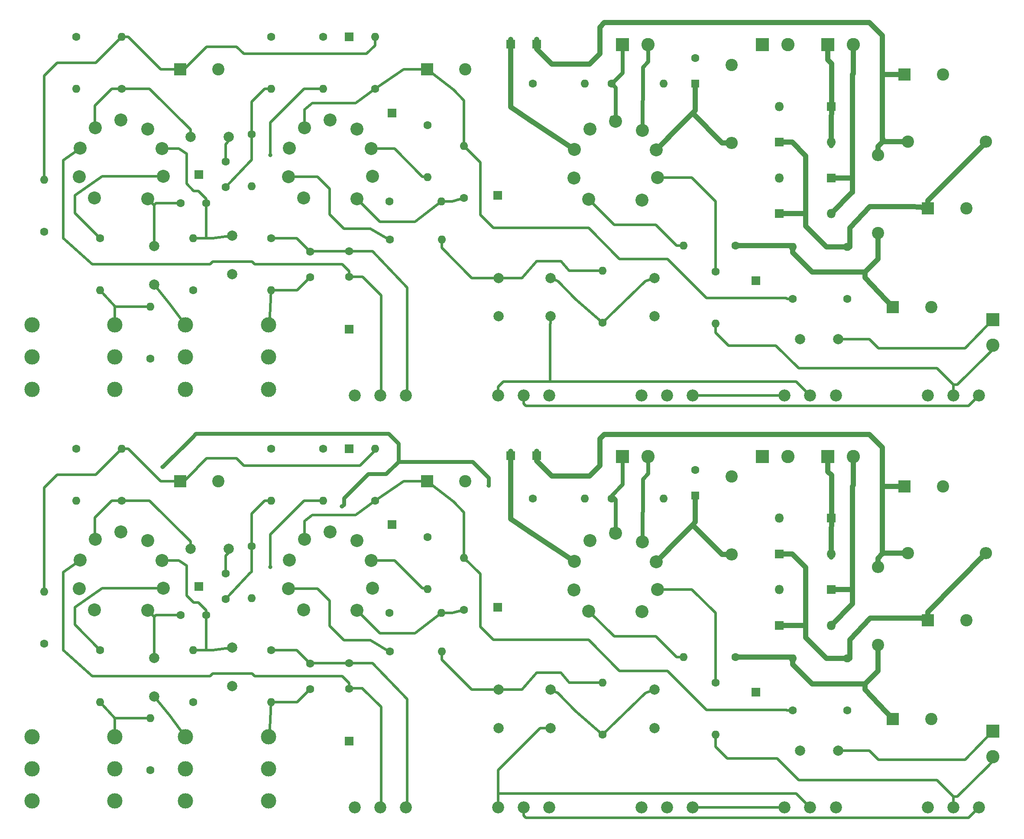
<source format=gtl>
%MOIN*%
%OFA0B0*%
%FSLAX46Y46*%
%IPPOS*%
%LPD*%
%ADD10C,0.11811023622047245*%
%ADD11C,0.062992125984251982*%
%ADD12R,0.062992125984251982X0.062992125984251982*%
%ADD13C,0.07874015748031496*%
%ADD14O,0.094488188976377951X0.094488188976377951*%
%ADD15C,0.094488188976377951*%
%ADD16C,0.1*%
%ADD17C,0.10236220472440946*%
%ADD18R,0.10236220472440946X0.10236220472440946*%
%ADD19R,0.094488188976377951X0.094488188976377951*%
%ADD20R,0.066929133858267723X0.066929133858267723*%
%ADD21R,0.070866141732283464X0.070866141732283464*%
%ADD22O,0.070866141732283464X0.070866141732283464*%
%ADD23O,0.062992125984251982X0.062992125984251982*%
%ADD24C,0.09212598425196851*%
%ADD25C,0.031496062992125991*%
%ADD26C,0.01968503937007874*%
%ADD27C,0.029527559055118113*%
%ADD28C,0.03937007874015748*%
%ADD39C,0.094488188976377951*%
%ADD40O,0.094488188976377951X0.094488188976377951*%
%ADD41C,0.11811023622047245*%
%ADD42C,0.09212598425196851*%
%ADD43C,0.062992125984251982*%
%ADD44R,0.062992125984251982X0.062992125984251982*%
%ADD45C,0.07874015748031496*%
%ADD46C,0.1*%
%ADD47C,0.10236220472440946*%
%ADD48R,0.10236220472440946X0.10236220472440946*%
%ADD49R,0.094488188976377951X0.094488188976377951*%
%ADD50R,0.066929133858267723X0.066929133858267723*%
%ADD51R,0.070866141732283464X0.070866141732283464*%
%ADD52O,0.070866141732283464X0.070866141732283464*%
%ADD53O,0.062992125984251982X0.062992125984251982*%
%ADD54C,0.031496062992125991*%
%ADD55C,0.01968503937007874*%
%ADD56C,0.029527559055118113*%
%ADD57C,0.03937007874015748*%
%LPD*%
D10*
X-0001771653Y0005177165D02*
X0000188976Y0000165354D03*
X0000188976Y0000413385D03*
X0000188976Y0000661417D03*
X0000826771Y0000165354D03*
X0000826771Y0000413385D03*
X0000826771Y0000661417D03*
X0001370078Y0000165354D03*
X0001370078Y0000413385D03*
X0001370078Y0000661417D03*
X0002007874Y0000165354D03*
X0002007874Y0000413385D03*
X0002007874Y0000661417D03*
D11*
X0005293346Y0002714015D03*
D12*
X0005293346Y0002517165D03*
D11*
X0001678346Y0001720314D03*
X0001678346Y0001917165D03*
X0002628346Y0001030314D03*
X0002628346Y0001227165D03*
D13*
X0004178346Y0001022440D03*
X0004178346Y0000727165D03*
X0004978346Y0000726889D03*
X0004978346Y0001022165D03*
X0001408070Y0002107165D03*
X0001703346Y0002107165D03*
X0001728346Y0001051889D03*
X0001728346Y0001347165D03*
X0001128346Y0000971889D03*
X0001128346Y0001267165D03*
X0003778346Y0001022440D03*
X0003778346Y0000727165D03*
D14*
X0005573346Y0002062165D03*
D15*
X0005573346Y0002662165D03*
D16*
X0000668346Y0001637165D03*
X0001078346Y0001632165D03*
X0000553385Y0001799370D03*
X0000558228Y0002021062D03*
X0000676338Y0002178700D03*
X0000873346Y0002237755D03*
X0001080354Y0002168700D03*
X0001198307Y0001804370D03*
X0001188464Y0002016062D03*
D17*
X0006005196Y0002817165D03*
D18*
X0005808346Y0002817165D03*
D15*
X0007108622Y0000797165D03*
D19*
X0006813346Y0000797165D03*
D15*
X0007198622Y0002587165D03*
D19*
X0006903346Y0002587165D03*
D15*
X0003523622Y0002627165D03*
D19*
X0003228346Y0002627165D03*
D15*
X0001623622Y0002627165D03*
D19*
X0001328346Y0002627165D03*
D15*
X0007378622Y0001557165D03*
D19*
X0007083346Y0001557165D03*
D20*
X0003873346Y0002822165D03*
X0002628346Y0000627165D03*
X0003773346Y0001657165D03*
X0004071968Y0002822165D03*
D16*
X0002798464Y0002016023D03*
X0002808307Y0001804330D03*
X0002690354Y0002168661D03*
X0002483346Y0002237716D03*
X0002286338Y0002178661D03*
X0002168228Y0002021023D03*
X0002163385Y0001799330D03*
X0002688346Y0001632125D03*
X0002278346Y0001637125D03*
D11*
X0001333346Y0001597165D03*
X0001530196Y0001597165D03*
X0002328346Y0001027165D03*
X0002328346Y0001224015D03*
D21*
X0005937795Y0001517165D03*
D22*
X0006337795Y0001517165D03*
X0005937795Y0001792165D03*
D21*
X0006337795Y0001792165D03*
X0005937795Y0002067165D03*
D22*
X0006337795Y0002067165D03*
X0005937795Y0002342165D03*
D21*
X0006337795Y0002342165D03*
D23*
X0001098346Y0000802165D03*
D11*
X0001098346Y0000402165D03*
D23*
X0000713346Y0000927165D03*
D11*
X0000713346Y0001327165D03*
D23*
X0001428346Y0001327165D03*
D11*
X0001428346Y0000927165D03*
X0000283346Y0001377165D03*
D23*
X0000283346Y0001777165D03*
D11*
X0002028346Y0001327165D03*
D23*
X0002028346Y0000927165D03*
X0000528346Y0002477165D03*
D11*
X0000528346Y0002877165D03*
D23*
X0000878346Y0002877165D03*
D11*
X0000878346Y0002477165D03*
X0006463346Y0000862165D03*
D23*
X0006463346Y0001262165D03*
D11*
X0001878346Y0002127165D03*
D23*
X0001878346Y0001727165D03*
D11*
X0002028346Y0002877165D03*
D23*
X0002028346Y0002477165D03*
D15*
X0006928346Y0002072165D03*
D14*
X0007528346Y0002072165D03*
D23*
X0002828346Y0002877165D03*
D11*
X0002828346Y0002477165D03*
D14*
X0006698346Y0001967165D03*
D15*
X0006698346Y0001367165D03*
D23*
X0003233346Y0001797165D03*
D11*
X0003233346Y0002197165D03*
D23*
X0003513346Y0002037165D03*
D11*
X0003513346Y0001637165D03*
D23*
X0006043346Y0001262165D03*
D11*
X0006043346Y0000862165D03*
X0002428346Y0002877165D03*
D23*
X0002428346Y0002477165D03*
D11*
X0004578346Y0000677165D03*
D23*
X0004578346Y0001077165D03*
D11*
X0005448346Y0001077165D03*
D23*
X0005448346Y0000677165D03*
X0005203346Y0001272165D03*
D11*
X0005603346Y0001272165D03*
D23*
X0004443346Y0002492165D03*
D11*
X0004043346Y0002492165D03*
X0004648346Y0002492165D03*
D23*
X0005048346Y0002492165D03*
D16*
X0004473346Y0001627165D03*
X0004883346Y0001622165D03*
X0004358385Y0001789370D03*
X0004363228Y0002011062D03*
X0004481338Y0002168700D03*
X0004678346Y0002227755D03*
X0004885354Y0002158700D03*
X0005003307Y0001794370D03*
X0004993464Y0002006062D03*
D17*
X0006510196Y0002817165D03*
D18*
X0006313346Y0002817165D03*
X0004733346Y0002817165D03*
D17*
X0004930196Y0002817165D03*
D20*
X0005758346Y0001002165D03*
D13*
X0006393346Y0000552165D03*
X0006098070Y0000552165D03*
D20*
X0002628346Y0002877165D03*
X0001473346Y0001817165D03*
X0002958346Y0002292165D03*
D18*
X0007583346Y0000702165D03*
D17*
X0007583346Y0000505314D03*
D11*
X0002938346Y0001612165D03*
D23*
X0003338346Y0001612165D03*
D11*
X0002943346Y0001317165D03*
D23*
X0003343346Y0001317165D03*
D24*
X0006374015Y0000117165D03*
X0006177165Y0000117165D03*
X0005980314Y0000117165D03*
X0003066929Y0000118110D03*
X0002870078Y0000118110D03*
X0002673228Y0000118110D03*
X0007082677Y0000118110D03*
X0007279527Y0000118110D03*
X0007476377Y0000118110D03*
X0005272047Y0000118110D03*
X0005075196Y0000118110D03*
X0004878346Y0000118110D03*
X0003775590Y0000118110D03*
X0003972440Y0000118110D03*
X0004169291Y0000118110D03*
D25*
X0002573346Y0002432125D03*
X0001193346Y0002737165D03*
X0003703346Y0002592165D03*
X0002023346Y0001967165D03*
D26*
X0005987244Y0000118110D02*
X0005988188Y0000117165D01*
X0005272047Y0000118110D02*
X0005987244Y0000118110D01*
X0004098346Y0000727165D02*
X0003775590Y0000404409D01*
X0004178346Y0000727165D02*
X0004098346Y0000727165D01*
D27*
X0004169291Y0000718110D02*
X0004178346Y0000727165D01*
D26*
X0003775590Y0000224409D02*
X0003775590Y0000118110D01*
X0003775590Y0000404409D02*
X0003775590Y0000224409D01*
X0003775590Y0000224409D02*
X0006069921Y0000224409D01*
X0006069921Y0000224409D02*
X0006177165Y0000117165D01*
X0001248346Y0000822165D02*
X0001128346Y0000971889D01*
X0001370078Y0000661417D02*
X0001248346Y0000822165D01*
X0001128346Y0001267165D02*
X0001128346Y0001582165D01*
X0001128346Y0001582165D02*
X0001078346Y0001632165D01*
X0001143346Y0001597165D02*
X0001128346Y0001582165D01*
X0001333346Y0001597165D02*
X0001143346Y0001597165D01*
X0001428346Y0001327165D02*
X0001578346Y0001327165D01*
X0001578346Y0001327165D02*
X0001728346Y0001347165D01*
X0001528346Y0001327165D02*
X0001528346Y0001632165D01*
X0001528346Y0001632165D02*
X0001468346Y0001692165D01*
X0001319474Y0002016037D02*
X0001188464Y0002016062D01*
X0001378346Y0001977165D02*
X0001319474Y0002016037D01*
X0001378346Y0001747165D02*
X0001378346Y0001977165D01*
X0001468346Y0001692165D02*
X0001433346Y0001692165D01*
X0001433346Y0001692165D02*
X0001378346Y0001747165D01*
X0002228346Y0000927165D02*
X0002328346Y0001027165D01*
X0002028346Y0000927165D02*
X0002228346Y0000927165D01*
X0002028346Y0000927165D02*
X0002016141Y0000661417D01*
X0002225196Y0001327165D02*
X0002028346Y0001327165D01*
X0002328346Y0001224015D02*
X0002225196Y0001327165D01*
X0002331496Y0001227165D02*
X0002328346Y0001224015D01*
X0002628346Y0001227165D02*
X0002331496Y0001227165D01*
X0002808346Y0001227165D02*
X0002628346Y0001227165D01*
X0003076456Y0000118110D02*
X0003076456Y0000949055D01*
X0003076456Y0000949055D02*
X0002808346Y0001227165D01*
X0002875196Y0000889015D02*
X0002875196Y0000118110D01*
X0002628346Y0001032165D02*
X0002733346Y0001032165D01*
X0001578346Y0001147165D02*
X0001883346Y0001147165D01*
X0001558346Y0001127165D02*
X0001578346Y0001147165D01*
X0000653346Y0001127165D02*
X0001558346Y0001127165D01*
X0000428346Y0001327165D02*
X0000653346Y0001127165D01*
X0000561023Y0002021023D02*
X0000428346Y0001927165D01*
X0000428346Y0001927165D02*
X0000428346Y0001327165D01*
X0002628346Y0001074857D02*
X0002628346Y0001030314D01*
X0002576038Y0001127165D02*
X0002628346Y0001074857D01*
X0001883346Y0001147165D02*
X0001903346Y0001127165D01*
X0001903346Y0001127165D02*
X0002576038Y0001127165D01*
X0002733346Y0001030866D02*
X0002875196Y0000889015D01*
X0002733346Y0001032165D02*
X0002733346Y0001030866D01*
X0001678346Y0002052165D02*
X0001678346Y0001927165D01*
X0001678346Y0002052165D02*
X0001733346Y0002107165D01*
X0000803346Y0002477165D02*
X0000878346Y0002477165D01*
X0000673346Y0002178661D02*
X0000673346Y0002347165D01*
X0000673346Y0002347165D02*
X0000803346Y0002477165D01*
X0000922888Y0002477165D02*
X0000878346Y0002477165D01*
X0001093748Y0002477165D02*
X0000922888Y0002477165D01*
X0001408070Y0002162842D02*
X0001093748Y0002477165D01*
X0001408070Y0002107165D02*
X0001408070Y0002162842D01*
D28*
X0005136338Y0002986810D02*
X0005135984Y0002986810D01*
X0005113701Y0002986810D02*
X0005113386Y0002987125D01*
X0005136338Y0002986810D02*
X0005113701Y0002986810D01*
X0005136338Y0002986810D02*
X0005136653Y0002987125D01*
X0006698346Y0002033978D02*
X0006733346Y0002068978D01*
X0006698346Y0001967165D02*
X0006698346Y0002033978D01*
X0006733346Y0002887165D02*
X0006633386Y0002987125D01*
X0005136653Y0002987125D02*
X0006633386Y0002987125D01*
X0004478346Y0002667165D02*
X0004558346Y0002747165D01*
X0004558346Y0002747165D02*
X0004558346Y0002952165D01*
X0004558346Y0002952165D02*
X0004593306Y0002987125D01*
X0004189724Y0002667165D02*
X0004478346Y0002667165D01*
X0004073346Y0002857165D02*
X0004073346Y0002783543D01*
X0004073346Y0002783543D02*
X0004189724Y0002667165D01*
X0005088701Y0002986810D02*
X0005113701Y0002986810D01*
X0004593306Y0002987125D02*
X0005088386Y0002987125D01*
X0005088386Y0002987125D02*
X0005088701Y0002986810D01*
X0006773346Y0002587165D02*
X0006733346Y0002587165D01*
X0006903346Y0002587165D02*
X0006773346Y0002587165D01*
X0006733346Y0002068978D02*
X0006733346Y0002562165D01*
X0006733346Y0002562165D02*
X0006733346Y0002887165D01*
X0006928346Y0002072165D02*
X0006755159Y0002072165D01*
X0006755159Y0002072165D02*
X0006733346Y0002068978D01*
D26*
X0001878346Y0002377165D02*
X0001978346Y0002477165D01*
X0001878346Y0002127165D02*
X0001878346Y0002377165D01*
X0001978346Y0002477165D02*
X0002028346Y0002477165D01*
X0001878346Y0001930314D02*
X0001878346Y0002127165D01*
X0001866771Y0001918740D02*
X0001878346Y0001930314D01*
X0001678346Y0001720314D02*
X0001866771Y0001918740D01*
D28*
X0006698346Y0001167165D02*
X0006698346Y0001367165D01*
X0006598346Y0001067165D02*
X0006698346Y0001167165D01*
X0006193804Y0001067165D02*
X0006598346Y0001067165D01*
X0006043346Y0001262165D02*
X0006043346Y0001217623D01*
X0006043346Y0001217623D02*
X0006193804Y0001067165D01*
X0006033346Y0001272165D02*
X0006043346Y0001262165D01*
X0005603346Y0001272165D02*
X0006033346Y0001272165D01*
X0006598346Y0001023779D02*
X0006598346Y0001067165D01*
X0006813346Y0000797165D02*
X0006598346Y0001023779D01*
D26*
X0004908346Y0000997165D02*
X0004978346Y0001022165D01*
X0004578346Y0000677165D02*
X0004908346Y0000997165D01*
X0004234024Y0000997165D02*
X0004373346Y0000857843D01*
X0004178346Y0001022440D02*
X0004234024Y0000997165D01*
X0004578346Y0000677165D02*
X0004373346Y0000857165D01*
X0004323346Y0001077165D02*
X0004578346Y0001077165D01*
X0004258346Y0001152165D02*
X0004323346Y0001077165D01*
X0003958070Y0001022440D02*
X0004073346Y0001152165D01*
X0004073346Y0001152165D02*
X0004258346Y0001152165D01*
X0003778346Y0001022440D02*
X0003958070Y0001022440D01*
X0003722668Y0001022440D02*
X0003778346Y0001022440D01*
X0003573528Y0001022440D02*
X0003722668Y0001022440D01*
X0003343346Y0001252623D02*
X0003573528Y0001022440D01*
X0003343346Y0001297165D02*
X0003343346Y0001252623D01*
D28*
X0006343346Y0001786614D02*
X0006337795Y0001792165D01*
X0006403346Y0001792165D02*
X0006503346Y0001792165D01*
X0006337795Y0001792165D02*
X0006403346Y0001792165D01*
X0006503346Y0001682716D02*
X0006337795Y0001517165D01*
X0006503346Y0001742165D02*
X0006503346Y0001682165D01*
X0006503346Y0002588521D02*
X0006503346Y0001742165D01*
X0006510196Y0002792165D02*
X0006510196Y0002595371D01*
X0006510196Y0002595371D02*
X0006503346Y0002588521D01*
X0006313346Y0002701614D02*
X0006313346Y0002792165D01*
X0006342795Y0002672165D02*
X0006313346Y0002701614D01*
X0006337795Y0002237165D02*
X0006342795Y0002317165D01*
X0006342795Y0002317165D02*
X0006342795Y0002672165D01*
X0006338346Y0002237165D02*
X0006337795Y0002042165D01*
X0004018168Y0002236987D02*
X0003873346Y0002337165D01*
X0004363228Y0002011062D02*
X0004018168Y0002236987D01*
X0003873346Y0002337165D02*
X0003873346Y0002857165D01*
D26*
X0003972440Y0000052967D02*
X0003972544Y0000052967D01*
X0003972440Y0000118110D02*
X0003972440Y0000052967D01*
X0003972544Y0000052967D02*
X0003988346Y0000037165D01*
X0003988346Y0000037165D02*
X0007395433Y0000037165D01*
X0007395433Y0000037165D02*
X0007476377Y0000118110D01*
X0007279527Y0000118110D02*
X0007279527Y0000200984D01*
X0007583346Y0000472165D02*
X0007583346Y0000505314D01*
X0007545196Y0000434015D02*
X0007583346Y0000472165D01*
X0007279527Y0000200984D02*
X0007308385Y0000200984D01*
X0007308385Y0000200984D02*
X0007545196Y0000434015D01*
X0005448346Y0000582165D02*
X0005448346Y0000677165D01*
X0005538346Y0000492165D02*
X0005448346Y0000582165D01*
X0005923346Y0000492165D02*
X0005538346Y0000492165D01*
X0006088346Y0000327165D02*
X0005923346Y0000492165D01*
X0007279527Y0000200984D02*
X0007153346Y0000327165D01*
X0007153346Y0000327165D02*
X0006088346Y0000327165D01*
X0000713346Y0001327165D02*
X0000518346Y0001522165D01*
X0000730551Y0001804370D02*
X0001198307Y0001804370D01*
X0000518346Y0001657165D02*
X0000730551Y0001804370D01*
X0000518346Y0001522165D02*
X0000518346Y0001657165D01*
X0003228346Y0001802165D02*
X0003233346Y0001797165D01*
X0003193346Y0001802165D02*
X0003228346Y0001802165D01*
X0002798464Y0002016023D02*
X0002979488Y0002016023D01*
X0002979488Y0002016023D02*
X0003193346Y0001802165D01*
X0003423346Y0001612165D02*
X0003513346Y0001637165D01*
X0003338346Y0001612165D02*
X0003423346Y0001612165D01*
X0002738346Y0001582126D02*
X0002688346Y0001632125D01*
X0002864566Y0001455905D02*
X0002738346Y0001582126D01*
X0003338346Y0001612165D02*
X0003134605Y0001455905D01*
X0003134605Y0001455905D02*
X0002864566Y0001455905D01*
X0004668346Y0001432165D02*
X0004473346Y0001627165D01*
X0004988346Y0001432165D02*
X0004668346Y0001432165D01*
X0005148346Y0001272165D02*
X0004988346Y0001432165D01*
X0005148346Y0001272165D02*
X0005203346Y0001272165D01*
X0000842519Y0000677165D02*
X0000826771Y0000661417D01*
X0000826771Y0000661417D02*
X0000826771Y0000778740D01*
X0000828346Y0000802165D02*
X0000826771Y0000803740D01*
X0001098346Y0000802165D02*
X0000828346Y0000802165D01*
X0000826771Y0000778740D02*
X0000826771Y0000803740D01*
X0000826771Y0000803740D02*
X0000713346Y0000927165D01*
D28*
X0006483346Y0001407165D02*
X0006483346Y0001262165D01*
X0006634670Y0001570841D02*
X0006483346Y0001407165D01*
X0006038346Y0002067165D02*
X0005937795Y0002067165D01*
X0006143346Y0001962165D02*
X0006038346Y0002067165D01*
X0006143346Y0001647165D02*
X0006143346Y0001962165D01*
X0006143346Y0001647165D02*
X0006143346Y0001422165D01*
X0006303346Y0001262165D02*
X0006463346Y0001262165D01*
X0006143346Y0001422165D02*
X0006303346Y0001262165D01*
X0006013346Y0001517165D02*
X0006143346Y0001517165D01*
X0005937795Y0001517165D02*
X0006013346Y0001517165D01*
X0006638346Y0001572165D02*
X0007028346Y0001572165D01*
X0007028346Y0001572165D02*
X0007083346Y0001557165D01*
X0007083346Y0001557165D02*
X0007083346Y0001618779D01*
X0007083346Y0001618779D02*
X0007528346Y0002072165D01*
X0007528346Y0002072165D02*
X0007488719Y0002031792D01*
D26*
X0002344330Y0002367165D02*
X0002678346Y0002367165D01*
X0003048346Y0002627165D02*
X0003228346Y0002627165D01*
X0002828346Y0002477165D02*
X0003048346Y0002627165D01*
X0002286338Y0002319173D02*
X0002344330Y0002367165D01*
X0002286338Y0002178661D02*
X0002286338Y0002319173D01*
X0002678346Y0002367165D02*
X0002828346Y0002477165D01*
X0003431432Y0002470251D02*
X0003228346Y0002627165D01*
X0003513346Y0002037165D02*
X0003513346Y0002388338D01*
X0004708346Y0001167165D02*
X0004470846Y0001407165D01*
X0005078346Y0001167165D02*
X0004708346Y0001167165D01*
X0005378346Y0000867165D02*
X0005078346Y0001167165D01*
X0005993804Y0000867165D02*
X0005378346Y0000867165D01*
X0006043346Y0000862165D02*
X0005998804Y0000862165D01*
X0005998804Y0000862165D02*
X0005993804Y0000867165D01*
X0003638346Y0001912165D02*
X0003513346Y0002037165D01*
X0003638346Y0001507165D02*
X0003638346Y0001912165D01*
X0004470846Y0001407165D02*
X0003738346Y0001407165D01*
X0003738346Y0001407165D02*
X0003638346Y0001507165D01*
X0003513346Y0002388338D02*
X0003431432Y0002470251D01*
X0000383346Y0002677165D02*
X0000283346Y0002577165D01*
X0000283346Y0002577165D02*
X0000283346Y0001777165D01*
X0000678346Y0002677165D02*
X0000383346Y0002677165D01*
X0000878346Y0002877165D02*
X0000678346Y0002677165D01*
X0002828346Y0002862165D02*
X0002828346Y0002877165D01*
X0002713346Y0002747165D02*
X0002828346Y0002862165D01*
X0001818346Y0002747165D02*
X0002713346Y0002747165D01*
X0001763346Y0002802165D02*
X0001818346Y0002747165D01*
X0001533346Y0002802165D02*
X0001763346Y0002802165D01*
X0000928346Y0002877165D02*
X0001178346Y0002627165D01*
X0000878346Y0002877165D02*
X0000928346Y0002877165D01*
X0001178346Y0002627165D02*
X0001359842Y0002627165D01*
X0001359842Y0002627165D02*
X0001459842Y0002727165D01*
X0001459842Y0002727165D02*
X0001459842Y0002728661D01*
X0001459842Y0002728661D02*
X0001533346Y0002802165D01*
D27*
X0004648346Y0002257755D02*
X0004678346Y0002227755D01*
X0004678346Y0002487165D02*
X0004648346Y0002517165D01*
X0004678346Y0002227755D02*
X0004678346Y0002487165D01*
X0004733346Y0002602165D02*
X0004648346Y0002517165D01*
X0004733346Y0002817165D02*
X0004733346Y0002602165D01*
X0002589094Y0002447873D02*
X0002573346Y0002432125D01*
X0002589094Y0002496417D02*
X0002589094Y0002447873D01*
X0003008346Y0002777165D02*
X0002913346Y0002682165D01*
X0002913346Y0002682165D02*
X0002774842Y0002682165D01*
X0002774842Y0002682165D02*
X0002589094Y0002496417D01*
X0003703346Y0002652165D02*
X0003703346Y0002592165D01*
X0003008346Y0002777165D02*
X0003578346Y0002777165D01*
X0003578346Y0002777165D02*
X0003703346Y0002652165D01*
X0001420944Y0002964763D02*
X0001193346Y0002737165D01*
X0001448227Y0002992046D02*
X0001420944Y0002964763D01*
X0002933464Y0002992046D02*
X0001448227Y0002992046D01*
X0003008346Y0002777165D02*
X0003008346Y0002917165D01*
X0003008346Y0002917165D02*
X0002933464Y0002992046D01*
X0004930196Y0002687007D02*
X0004930196Y0002817165D01*
X0004885354Y0002158700D02*
X0004888346Y0002617165D01*
X0004888346Y0002645157D02*
X0004930196Y0002687007D01*
X0004888346Y0002617165D02*
X0004888346Y0002645157D01*
D26*
X0005266141Y0001794370D02*
X0005003307Y0001794370D01*
X0005448346Y0001077165D02*
X0005448346Y0001612165D01*
X0005448346Y0001612165D02*
X0005266141Y0001794370D01*
X0006633346Y0000552165D02*
X0006393346Y0000552165D01*
X0006703346Y0000482165D02*
X0006633346Y0000552165D01*
X0007583346Y0000702165D02*
X0007368346Y0000482165D01*
X0007368346Y0000482165D02*
X0006703346Y0000482165D01*
D28*
X0005043464Y0002056062D02*
X0005043464Y0002057283D01*
X0004993464Y0002006062D02*
X0005043464Y0002056062D01*
X0005043464Y0002057283D02*
X0005093346Y0002107165D01*
X0005248346Y0002267165D02*
X0005078346Y0002097165D01*
X0005293346Y0002312165D02*
X0005293346Y0002517165D01*
X0005498346Y0002062165D02*
X0005270846Y0002289665D01*
X0005573346Y0002062165D02*
X0005498346Y0002062165D01*
X0005248346Y0002267165D02*
X0005270846Y0002289665D01*
X0005270846Y0002289665D02*
X0005293346Y0002312165D01*
D26*
X0002023346Y0002217165D02*
X0002283346Y0002477165D01*
X0002283346Y0002477165D02*
X0002383804Y0002477165D01*
X0002383804Y0002477165D02*
X0002428346Y0002477165D01*
X0002023346Y0001967165D02*
X0002023346Y0002217165D01*
X0002933346Y0001307165D02*
X0002943346Y0001297165D01*
X0002793346Y0001402165D02*
X0002953346Y0001307165D01*
X0002588346Y0001402165D02*
X0002793346Y0001402165D01*
X0002478346Y0001512165D02*
X0002588346Y0001402165D01*
X0002478346Y0001707165D02*
X0002478346Y0001512165D01*
X0002163385Y0001799330D02*
X0002386181Y0001799330D01*
X0002386181Y0001799330D02*
X0002478346Y0001707165D01*
G04 next file*
%LPD*%
G04 #@! TF.GenerationSoftware,KiCad,Pcbnew,(5.1.4)-1*
G04 #@! TF.CreationDate,2019-11-01T18:25:18+01:00*
G04 #@! TF.ProjectId,JCM800,4a434d38-3030-42e6-9b69-6361645f7063,rev?*
G04 #@! TF.SameCoordinates,Original*
G04 #@! TF.FileFunction,Copper,L1,Top*
G04 #@! TF.FilePolarity,Positive*
G04 Gerber Fmt 4.6, Leading zero omitted, Abs format (unit mm)*
G04 Created by KiCad (PCBNEW (5.1.4)-1) date 2019-11-01 18:25:18*
G04 APERTURE LIST*
G04 APERTURE END LIST*
D39*
X-0001771653Y0008346456D02*
X0006928346Y0005241456D03*
D40*
X0007528346Y0005241456D03*
D41*
X0000188976Y0003334645D03*
X0000188976Y0003582677D03*
X0000188976Y0003830708D03*
X0000826771Y0003334645D03*
X0000826771Y0003582677D03*
X0000826771Y0003830708D03*
X0001370078Y0003334645D03*
X0001370078Y0003582677D03*
X0001370078Y0003830708D03*
X0002007874Y0003334645D03*
X0002007874Y0003582677D03*
X0002007874Y0003830708D03*
D42*
X0007082677Y0003287401D03*
X0007279527Y0003287401D03*
X0007476377Y0003287401D03*
X0005980314Y0003286456D03*
X0006177165Y0003286456D03*
X0006374015Y0003286456D03*
X0004878346Y0003287401D03*
X0005075196Y0003287401D03*
X0005272047Y0003287401D03*
X0003775590Y0003287401D03*
X0003972440Y0003287401D03*
X0004169291Y0003287401D03*
X0002673228Y0003287401D03*
X0002870078Y0003287401D03*
X0003066929Y0003287401D03*
D43*
X0005293346Y0005883307D03*
D44*
X0005293346Y0005686456D03*
D43*
X0001678346Y0004889606D03*
X0001678346Y0005086456D03*
X0002628346Y0004199606D03*
X0002628346Y0004396456D03*
D45*
X0004178346Y0004191732D03*
X0004178346Y0003896456D03*
X0004978346Y0003896181D03*
X0004978346Y0004191456D03*
X0001408070Y0005276456D03*
X0001703346Y0005276456D03*
X0001728346Y0004221181D03*
X0001728346Y0004516456D03*
X0001128346Y0004141181D03*
X0001128346Y0004436456D03*
X0003778346Y0004191732D03*
X0003778346Y0003896456D03*
D40*
X0005573346Y0005231456D03*
D39*
X0005573346Y0005831456D03*
D46*
X0000668346Y0004806456D03*
X0001078346Y0004801456D03*
X0000553385Y0004968661D03*
X0000558228Y0005190354D03*
X0000676338Y0005347992D03*
X0000873346Y0005407047D03*
X0001080354Y0005337992D03*
X0001198307Y0004973661D03*
X0001188464Y0005185354D03*
D47*
X0006005196Y0005986456D03*
D48*
X0005808346Y0005986456D03*
D39*
X0007108622Y0003966456D03*
D49*
X0006813346Y0003966456D03*
D39*
X0007198622Y0005756456D03*
D49*
X0006903346Y0005756456D03*
D39*
X0003523622Y0005796456D03*
D49*
X0003228346Y0005796456D03*
D39*
X0001623622Y0005796456D03*
D49*
X0001328346Y0005796456D03*
D39*
X0007378622Y0004726456D03*
D49*
X0007083346Y0004726456D03*
D50*
X0003873346Y0005991456D03*
X0002628346Y0003796456D03*
X0003773346Y0004826456D03*
X0004071968Y0005991456D03*
D46*
X0002798464Y0005185314D03*
X0002808307Y0004973622D03*
X0002690354Y0005337952D03*
X0002483346Y0005407007D03*
X0002286338Y0005347952D03*
X0002168228Y0005190314D03*
X0002163385Y0004968622D03*
X0002688346Y0004801417D03*
X0002278346Y0004806417D03*
D43*
X0001333346Y0004766456D03*
X0001530196Y0004766456D03*
X0002328346Y0004196456D03*
X0002328346Y0004393307D03*
D51*
X0005937795Y0004686456D03*
D52*
X0006337795Y0004686456D03*
X0005937795Y0004961456D03*
D51*
X0006337795Y0004961456D03*
X0005937795Y0005236456D03*
D52*
X0006337795Y0005236456D03*
X0005937795Y0005511456D03*
D51*
X0006337795Y0005511456D03*
D53*
X0001098346Y0003971456D03*
D43*
X0001098346Y0003571456D03*
D53*
X0000713346Y0004096456D03*
D43*
X0000713346Y0004496456D03*
D53*
X0001428346Y0004496456D03*
D43*
X0001428346Y0004096456D03*
X0000283346Y0004546456D03*
D53*
X0000283346Y0004946456D03*
D43*
X0002028346Y0004496456D03*
D53*
X0002028346Y0004096456D03*
X0000528346Y0005646456D03*
D43*
X0000528346Y0006046456D03*
D53*
X0000878346Y0006046456D03*
D43*
X0000878346Y0005646456D03*
X0006463346Y0004031456D03*
D53*
X0006463346Y0004431456D03*
D43*
X0001878346Y0005296456D03*
D53*
X0001878346Y0004896456D03*
D43*
X0002028346Y0006046456D03*
D53*
X0002028346Y0005646456D03*
X0002828346Y0006046456D03*
D43*
X0002828346Y0005646456D03*
D40*
X0006698346Y0005136456D03*
D39*
X0006698346Y0004536456D03*
D53*
X0003233346Y0004966456D03*
D43*
X0003233346Y0005366456D03*
D53*
X0003513346Y0005206456D03*
D43*
X0003513346Y0004806456D03*
D53*
X0006043346Y0004431456D03*
D43*
X0006043346Y0004031456D03*
X0002428346Y0006046456D03*
D53*
X0002428346Y0005646456D03*
D43*
X0004578346Y0003846456D03*
D53*
X0004578346Y0004246456D03*
D43*
X0005448346Y0004241456D03*
D53*
X0005448346Y0003841456D03*
X0005203346Y0004441456D03*
D43*
X0005603346Y0004441456D03*
D53*
X0004443346Y0005686456D03*
D43*
X0004043346Y0005686456D03*
X0004648346Y0005686456D03*
D53*
X0005048346Y0005686456D03*
D46*
X0004473346Y0004796456D03*
X0004883346Y0004791456D03*
X0004358385Y0004958661D03*
X0004363228Y0005180354D03*
X0004481338Y0005337992D03*
X0004678346Y0005397047D03*
X0004885354Y0005327992D03*
X0005003307Y0004963661D03*
X0004993464Y0005175354D03*
D47*
X0006510196Y0005986456D03*
D48*
X0006313346Y0005986456D03*
X0004733346Y0005986456D03*
D47*
X0004930196Y0005986456D03*
D50*
X0005758346Y0004171456D03*
D45*
X0006393346Y0003721456D03*
X0006098070Y0003721456D03*
D50*
X0002628346Y0006046456D03*
X0001473346Y0004986456D03*
X0002958346Y0005461456D03*
D48*
X0007583346Y0003871456D03*
D47*
X0007583346Y0003674606D03*
D43*
X0002938346Y0004781456D03*
D53*
X0003338346Y0004781456D03*
D43*
X0002943346Y0004486456D03*
D53*
X0003343346Y0004486456D03*
D54*
X0002023346Y0005136456D03*
D55*
X0005987244Y0003287401D02*
X0005988188Y0003286456D01*
X0005272047Y0003287401D02*
X0005987244Y0003287401D01*
D56*
X0004169291Y0003887401D02*
X0004178346Y0003896456D01*
D55*
X0006069921Y0003393700D02*
X0006177165Y0003286456D01*
X0003775590Y0003353188D02*
X0003775590Y0003287401D01*
X0003816102Y0003393700D02*
X0003775590Y0003353188D01*
X0004175590Y0003838023D02*
X0004175590Y0003393700D01*
X0004178346Y0003840779D02*
X0004175590Y0003838023D01*
X0004178346Y0003896456D02*
X0004178346Y0003840779D01*
X0003816102Y0003393700D02*
X0004175590Y0003393700D01*
X0004175590Y0003393700D02*
X0006069921Y0003393700D01*
X0001248346Y0003991456D02*
X0001128346Y0004141181D01*
X0001370078Y0003830708D02*
X0001248346Y0003991456D01*
X0001128346Y0004436456D02*
X0001128346Y0004751456D01*
X0001128346Y0004751456D02*
X0001078346Y0004801456D01*
X0001143346Y0004766456D02*
X0001128346Y0004751456D01*
X0001333346Y0004766456D02*
X0001143346Y0004766456D01*
X0001428346Y0004496456D02*
X0001578346Y0004496456D01*
X0001578346Y0004496456D02*
X0001728346Y0004516456D01*
X0001528346Y0004496456D02*
X0001528346Y0004801456D01*
X0001528346Y0004801456D02*
X0001468346Y0004861456D01*
X0001319474Y0005185328D02*
X0001188464Y0005185354D01*
X0001378346Y0005146456D02*
X0001319474Y0005185328D01*
X0001378346Y0004916456D02*
X0001378346Y0005146456D01*
X0001468346Y0004861456D02*
X0001433346Y0004861456D01*
X0001433346Y0004861456D02*
X0001378346Y0004916456D01*
X0002228346Y0004096456D02*
X0002328346Y0004196456D01*
X0002028346Y0004096456D02*
X0002228346Y0004096456D01*
X0002028346Y0004096456D02*
X0002016141Y0003830708D01*
X0002225196Y0004496456D02*
X0002028346Y0004496456D01*
X0002328346Y0004393307D02*
X0002225196Y0004496456D01*
X0002331496Y0004396456D02*
X0002328346Y0004393307D01*
X0002628346Y0004396456D02*
X0002331496Y0004396456D01*
X0002808346Y0004396456D02*
X0002628346Y0004396456D01*
X0003076456Y0003287401D02*
X0003076456Y0004118346D01*
X0003076456Y0004118346D02*
X0002808346Y0004396456D01*
X0002875196Y0004058307D02*
X0002875196Y0003287401D01*
X0002628346Y0004201456D02*
X0002733346Y0004201456D01*
X0001578346Y0004316456D02*
X0001883346Y0004316456D01*
X0001558346Y0004296456D02*
X0001578346Y0004316456D01*
X0000653346Y0004296456D02*
X0001558346Y0004296456D01*
X0000428346Y0004496456D02*
X0000653346Y0004296456D01*
X0000561023Y0005190314D02*
X0000428346Y0005096456D01*
X0000428346Y0005096456D02*
X0000428346Y0004496456D01*
X0002628346Y0004244148D02*
X0002628346Y0004199606D01*
X0002576038Y0004296456D02*
X0002628346Y0004244148D01*
X0001883346Y0004316456D02*
X0001903346Y0004296456D01*
X0001903346Y0004296456D02*
X0002576038Y0004296456D01*
X0002733346Y0004200157D02*
X0002875196Y0004058307D01*
X0002733346Y0004201456D02*
X0002733346Y0004200157D01*
X0001678346Y0005221456D02*
X0001678346Y0005096456D01*
X0001678346Y0005221456D02*
X0001733346Y0005276456D01*
X0000803346Y0005646456D02*
X0000878346Y0005646456D01*
X0000673346Y0005347952D02*
X0000673346Y0005516456D01*
X0000673346Y0005516456D02*
X0000803346Y0005646456D01*
X0000922888Y0005646456D02*
X0000878346Y0005646456D01*
X0001093748Y0005646456D02*
X0000922888Y0005646456D01*
X0001408070Y0005332134D02*
X0001093748Y0005646456D01*
X0001408070Y0005276456D02*
X0001408070Y0005332134D01*
D57*
X0005136338Y0006156101D02*
X0005135984Y0006156101D01*
X0005113701Y0006156101D02*
X0005113386Y0006156416D01*
X0005136338Y0006156101D02*
X0005113701Y0006156101D01*
X0005136338Y0006156101D02*
X0005136653Y0006156416D01*
X0006698346Y0005203269D02*
X0006733346Y0005238269D01*
X0006698346Y0005136456D02*
X0006698346Y0005203269D01*
X0006733346Y0006056456D02*
X0006633386Y0006156416D01*
X0005136653Y0006156416D02*
X0006633386Y0006156416D01*
X0004478346Y0005836456D02*
X0004558346Y0005916456D01*
X0004558346Y0005916456D02*
X0004558346Y0006121456D01*
X0004558346Y0006121456D02*
X0004593306Y0006156416D01*
X0004189724Y0005836456D02*
X0004478346Y0005836456D01*
X0004073346Y0006026456D02*
X0004073346Y0005952834D01*
X0004073346Y0005952834D02*
X0004189724Y0005836456D01*
X0005088701Y0006156101D02*
X0005113701Y0006156101D01*
X0004593306Y0006156416D02*
X0005088386Y0006156416D01*
X0005088386Y0006156416D02*
X0005088701Y0006156101D01*
X0006773346Y0005756456D02*
X0006733346Y0005756456D01*
X0006903346Y0005756456D02*
X0006773346Y0005756456D01*
X0006733346Y0005731456D02*
X0006733346Y0006056456D01*
X0006736102Y0005263700D02*
X0006733346Y0005266456D01*
X0006733346Y0005238269D02*
X0006733346Y0005266456D01*
X0006733346Y0005266456D02*
X0006733346Y0005731456D01*
X0006928346Y0005241456D02*
X0006881102Y0005241456D01*
X0006881102Y0005241456D02*
X0006736102Y0005241456D01*
D55*
X0001878346Y0005546456D02*
X0001978346Y0005646456D01*
X0001878346Y0005296456D02*
X0001878346Y0005546456D01*
X0001978346Y0005646456D02*
X0002028346Y0005646456D01*
X0001878346Y0005099606D02*
X0001878346Y0005296456D01*
X0001866771Y0005088031D02*
X0001878346Y0005099606D01*
X0001678346Y0004889606D02*
X0001866771Y0005088031D01*
D57*
X0006698346Y0004336456D02*
X0006698346Y0004536456D01*
X0006598346Y0004236456D02*
X0006698346Y0004336456D01*
X0006193804Y0004236456D02*
X0006598346Y0004236456D01*
X0006043346Y0004431456D02*
X0006043346Y0004386914D01*
X0006043346Y0004386914D02*
X0006193804Y0004236456D01*
X0006033346Y0004441456D02*
X0006043346Y0004431456D01*
X0005603346Y0004441456D02*
X0006033346Y0004441456D01*
X0006598346Y0004193070D02*
X0006598346Y0004236456D01*
X0006813346Y0003966456D02*
X0006598346Y0004193070D01*
D55*
X0004908346Y0004166456D02*
X0004978346Y0004191456D01*
X0004578346Y0003846456D02*
X0004908346Y0004166456D01*
X0004234024Y0004166456D02*
X0004373346Y0004027134D01*
X0004178346Y0004191732D02*
X0004234024Y0004166456D01*
X0004578346Y0003846456D02*
X0004373346Y0004026456D01*
X0004323346Y0004246456D02*
X0004578346Y0004246456D01*
X0004258346Y0004321456D02*
X0004323346Y0004246456D01*
X0003958070Y0004191732D02*
X0004073346Y0004321456D01*
X0004073346Y0004321456D02*
X0004258346Y0004321456D01*
X0003778346Y0004191732D02*
X0003958070Y0004191732D01*
X0003722668Y0004191732D02*
X0003778346Y0004191732D01*
X0003573528Y0004191732D02*
X0003722668Y0004191732D01*
X0003343346Y0004421914D02*
X0003573528Y0004191732D01*
X0003343346Y0004466456D02*
X0003343346Y0004421914D01*
D57*
X0006343346Y0004955905D02*
X0006337795Y0004961456D01*
X0006403346Y0004961456D02*
X0006503346Y0004961456D01*
X0006337795Y0004961456D02*
X0006403346Y0004961456D01*
X0006503346Y0004852007D02*
X0006337795Y0004686456D01*
X0006503346Y0004911456D02*
X0006503346Y0004851456D01*
X0006503346Y0005757812D02*
X0006503346Y0004911456D01*
X0006510196Y0005961456D02*
X0006510196Y0005764663D01*
X0006510196Y0005764663D02*
X0006503346Y0005757812D01*
X0006313346Y0005870905D02*
X0006313346Y0005961456D01*
X0006342795Y0005841456D02*
X0006313346Y0005870905D01*
X0006337795Y0005406456D02*
X0006342795Y0005486456D01*
X0006342795Y0005486456D02*
X0006342795Y0005841456D01*
X0006338346Y0005406456D02*
X0006337795Y0005211456D01*
X0004018168Y0005406278D02*
X0003873346Y0005506456D01*
X0004363228Y0005180354D02*
X0004018168Y0005406278D01*
X0003873346Y0005506456D02*
X0003873346Y0006026456D01*
D55*
X0003972440Y0003222258D02*
X0003972544Y0003222258D01*
X0003972440Y0003287401D02*
X0003972440Y0003222258D01*
X0003972544Y0003222258D02*
X0003988346Y0003206456D01*
X0003988346Y0003206456D02*
X0007395433Y0003206456D01*
X0007395433Y0003206456D02*
X0007476377Y0003287401D01*
X0007279527Y0003287401D02*
X0007279527Y0003370275D01*
X0007583346Y0003641456D02*
X0007583346Y0003674606D01*
X0007545196Y0003603307D02*
X0007583346Y0003641456D01*
X0007279527Y0003370275D02*
X0007308385Y0003370275D01*
X0007308385Y0003370275D02*
X0007545196Y0003603307D01*
X0005448346Y0003771456D02*
X0005448346Y0003841456D01*
X0005548346Y0003671456D02*
X0005448346Y0003771456D01*
X0005913346Y0003671456D02*
X0005548346Y0003671456D01*
X0006088346Y0003496456D02*
X0005913346Y0003671456D01*
X0007279527Y0003370275D02*
X0007153346Y0003496456D01*
X0007153346Y0003496456D02*
X0006088346Y0003496456D01*
X0000713346Y0004496456D02*
X0000518346Y0004691456D01*
X0000730551Y0004973661D02*
X0001198307Y0004973661D01*
X0000518346Y0004826456D02*
X0000730551Y0004973661D01*
X0000518346Y0004691456D02*
X0000518346Y0004826456D01*
X0003228346Y0004971456D02*
X0003233346Y0004966456D01*
X0003193346Y0004971456D02*
X0003228346Y0004971456D01*
X0002798464Y0005185314D02*
X0002979488Y0005185314D01*
X0002979488Y0005185314D02*
X0003193346Y0004971456D01*
X0003423346Y0004781456D02*
X0003513346Y0004806456D01*
X0003338346Y0004781456D02*
X0003423346Y0004781456D01*
X0002738346Y0004751417D02*
X0002688346Y0004801417D01*
X0002864566Y0004625197D02*
X0002738346Y0004751417D01*
X0003338346Y0004781456D02*
X0003134605Y0004625197D01*
X0003134605Y0004625197D02*
X0002864566Y0004625197D01*
X0004668346Y0004601456D02*
X0004473346Y0004796456D01*
X0004988346Y0004601456D02*
X0004668346Y0004601456D01*
X0005148346Y0004441456D02*
X0004988346Y0004601456D01*
X0005148346Y0004441456D02*
X0005203346Y0004441456D01*
X0000842519Y0003846456D02*
X0000826771Y0003830708D01*
X0000826771Y0003830708D02*
X0000826771Y0003948031D01*
X0000828346Y0003971456D02*
X0000826771Y0003973031D01*
X0001098346Y0003971456D02*
X0000828346Y0003971456D01*
X0000826771Y0003948031D02*
X0000826771Y0003973031D01*
X0000826771Y0003973031D02*
X0000713346Y0004096456D01*
D57*
X0006038346Y0005236456D02*
X0005937795Y0005236456D01*
X0006143346Y0005131456D02*
X0006038346Y0005236456D01*
X0006143346Y0004816456D02*
X0006143346Y0005131456D01*
X0006143346Y0004816456D02*
X0006143346Y0004591456D01*
X0006303346Y0004431456D02*
X0006463346Y0004431456D01*
X0006143346Y0004591456D02*
X0006303346Y0004431456D01*
X0006013346Y0004686456D02*
X0006143346Y0004686456D01*
X0005937795Y0004686456D02*
X0006013346Y0004686456D01*
X0006483346Y0004576456D02*
X0006483346Y0004431456D01*
X0006634670Y0004740133D02*
X0006483346Y0004576456D01*
X0007083346Y0004726456D02*
X0007018346Y0004736456D01*
X0007018346Y0004736456D02*
X0006958055Y0004740133D01*
X0006958055Y0004740133D02*
X0006634670Y0004740133D01*
X0007083346Y0004788070D02*
X0007083346Y0004726456D01*
X0007528346Y0005241456D02*
X0007511732Y0005216456D01*
X0007511732Y0005216456D02*
X0007083346Y0004788070D01*
D55*
X0002344330Y0005536456D02*
X0002678346Y0005536456D01*
X0003048346Y0005796456D02*
X0003228346Y0005796456D01*
X0002828346Y0005646456D02*
X0003048346Y0005796456D01*
X0002286338Y0005488464D02*
X0002344330Y0005536456D01*
X0002286338Y0005347952D02*
X0002286338Y0005488464D01*
X0002678346Y0005536456D02*
X0002828346Y0005646456D01*
X0003431432Y0005639543D02*
X0003228346Y0005796456D01*
X0003513346Y0005206456D02*
X0003513346Y0005557629D01*
X0004708346Y0004336456D02*
X0004470846Y0004576456D01*
X0003738346Y0004576456D02*
X0003638346Y0004676456D01*
X0004470846Y0004576456D02*
X0003738346Y0004576456D01*
X0003638346Y0004676456D02*
X0003638346Y0005081456D01*
X0003638346Y0005081456D02*
X0003513346Y0005206456D01*
X0005998804Y0004031456D02*
X0005993804Y0004036456D01*
X0006043346Y0004031456D02*
X0005998804Y0004031456D01*
X0005993804Y0004036456D02*
X0005378346Y0004036456D01*
X0005378346Y0004036456D02*
X0005078346Y0004336456D01*
X0005078346Y0004336456D02*
X0004708346Y0004336456D01*
X0003513346Y0005557629D02*
X0003431432Y0005639543D01*
X0000383346Y0005846456D02*
X0000283346Y0005746456D01*
X0000283346Y0005746456D02*
X0000283346Y0004946456D01*
X0000678346Y0005846456D02*
X0000383346Y0005846456D01*
X0000878346Y0006046456D02*
X0000678346Y0005846456D01*
X0002828346Y0005981456D02*
X0002828346Y0006046456D01*
X0002763346Y0005916456D02*
X0002828346Y0005981456D01*
X0001818346Y0005916456D02*
X0002763346Y0005916456D01*
X0001763346Y0005971456D02*
X0001818346Y0005916456D01*
X0001533346Y0005971456D02*
X0001763346Y0005971456D01*
X0000928346Y0006046456D02*
X0001178346Y0005796456D01*
X0000878346Y0006046456D02*
X0000928346Y0006046456D01*
X0001178346Y0005796456D02*
X0001359842Y0005796456D01*
X0001359842Y0005796456D02*
X0001459842Y0005896456D01*
X0001459842Y0005896456D02*
X0001459842Y0005897952D01*
X0001459842Y0005897952D02*
X0001533346Y0005971456D01*
D56*
X0004648346Y0005427047D02*
X0004678346Y0005397047D01*
X0004678346Y0005656456D02*
X0004648346Y0005686456D01*
X0004678346Y0005397047D02*
X0004678346Y0005656456D01*
X0004733346Y0005771456D02*
X0004648346Y0005686456D01*
X0004733346Y0005986456D02*
X0004733346Y0005771456D01*
X0004930196Y0005856299D02*
X0004930196Y0005986456D01*
X0004885354Y0005327992D02*
X0004888346Y0005786456D01*
X0004888346Y0005814448D02*
X0004930196Y0005856299D01*
X0004888346Y0005786456D02*
X0004888346Y0005814448D01*
D55*
X0005266141Y0004963661D02*
X0005003307Y0004963661D01*
X0005448346Y0004241456D02*
X0005448346Y0004781456D01*
X0005448346Y0004781456D02*
X0005266141Y0004963661D01*
X0006633346Y0003721456D02*
X0006393346Y0003721456D01*
X0006703346Y0003651456D02*
X0006633346Y0003721456D01*
X0007583346Y0003871456D02*
X0007368346Y0003651456D01*
X0007368346Y0003651456D02*
X0006703346Y0003651456D01*
D57*
X0005043464Y0005225354D02*
X0005043464Y0005226574D01*
X0004993464Y0005175354D02*
X0005043464Y0005225354D01*
X0005043464Y0005226574D02*
X0005093346Y0005276456D01*
X0005248346Y0005436456D02*
X0005078346Y0005266456D01*
X0005293346Y0005481456D02*
X0005293346Y0005686456D01*
X0005498346Y0005231456D02*
X0005270846Y0005458956D01*
X0005573346Y0005231456D02*
X0005498346Y0005231456D01*
X0005248346Y0005436456D02*
X0005270846Y0005458956D01*
X0005270846Y0005458956D02*
X0005293346Y0005481456D01*
D55*
X0002023346Y0005386456D02*
X0002283346Y0005646456D01*
X0002283346Y0005646456D02*
X0002383804Y0005646456D01*
X0002383804Y0005646456D02*
X0002428346Y0005646456D01*
X0002023346Y0005136456D02*
X0002023346Y0005386456D01*
X0002933346Y0004476456D02*
X0002943346Y0004466456D01*
X0002793346Y0004571456D02*
X0002953346Y0004476456D01*
X0002588346Y0004571456D02*
X0002793346Y0004571456D01*
X0002478346Y0004681456D02*
X0002588346Y0004571456D01*
X0002478346Y0004876456D02*
X0002478346Y0004681456D01*
X0002163385Y0004968622D02*
X0002386181Y0004968622D01*
X0002386181Y0004968622D02*
X0002478346Y0004876456D01*
M02*
</source>
